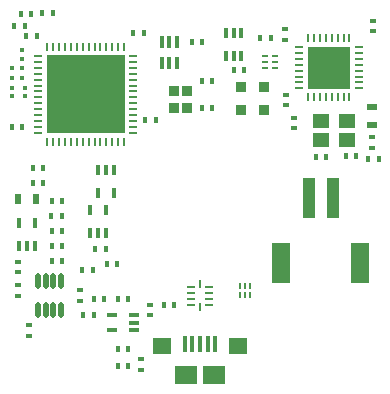
<source format=gtp>
%FSLAX24Y24*%
%MOIN*%
G70*
G01*
G75*
G04 Layer_Color=8421504*
%ADD10C,0.0177*%
%ADD11C,0.0100*%
%ADD12R,0.0102X0.0209*%
%ADD13R,0.0102X0.0193*%
%ADD14R,0.0177X0.0177*%
%ADD15R,0.0138X0.0157*%
%ADD16R,0.0236X0.0157*%
%ADD17R,0.0157X0.0236*%
%ADD18R,0.0394X0.1378*%
%ADD19R,0.0591X0.1339*%
%ADD20R,0.0197X0.0354*%
%ADD21R,0.0551X0.0453*%
%ADD22R,0.0335X0.0374*%
%ADD23O,0.0295X0.0079*%
%ADD24O,0.0079X0.0295*%
%ADD25R,0.1417X0.1417*%
%ADD26R,0.0343X0.0343*%
%ADD27R,0.0138X0.0394*%
%ADD28R,0.0157X0.0335*%
%ADD29R,0.2598X0.2598*%
%ADD30O,0.0079X0.0315*%
%ADD31O,0.0315X0.0079*%
%ADD32R,0.0630X0.0551*%
%ADD33R,0.0748X0.0630*%
%ADD34R,0.0157X0.0532*%
%ADD35R,0.0335X0.0157*%
%ADD36O,0.0276X0.0098*%
%ADD37O,0.0098X0.0276*%
%ADD38O,0.0177X0.0532*%
%ADD39R,0.0354X0.0197*%
%ADD40R,0.0217X0.0098*%
%ADD41C,0.0080*%
%ADD42C,0.0200*%
%ADD43C,0.0630*%
%ADD44C,0.1260*%
%ADD45C,0.0260*%
%ADD46C,0.0240*%
%ADD47C,0.0340*%
%ADD48C,0.0300*%
%ADD49C,0.0290*%
%ADD50R,0.0354X0.0276*%
%ADD51O,0.0315X0.0157*%
%ADD52R,0.2362X0.1890*%
%ADD53R,0.0512X0.0217*%
%ADD54R,0.0394X0.0217*%
%ADD55R,0.0197X0.0315*%
%ADD56R,0.1299X0.1299*%
%ADD57O,0.0315X0.0098*%
%ADD58O,0.0098X0.0315*%
%ADD59R,0.0591X0.0236*%
%ADD60R,0.0187X0.0098*%
%ADD61R,0.0098X0.0138*%
%ADD62C,0.0098*%
%ADD63C,0.0039*%
%ADD64C,0.0079*%
%ADD65C,0.0050*%
%ADD66C,0.0040*%
%ADD67R,0.0148X0.0177*%
D12*
X1343Y-3400D02*
D03*
D13*
X1500Y-3408D02*
D03*
X1657D02*
D03*
Y-3112D02*
D03*
X1500D02*
D03*
X1343D02*
D03*
D14*
X-5933Y3833D02*
D03*
X-6267D02*
D03*
X-5933Y4167D02*
D03*
X-6267D02*
D03*
D15*
X-5930Y4758D02*
D03*
Y4482D02*
D03*
X-5840Y3232D02*
D03*
Y3508D02*
D03*
X-6270Y3232D02*
D03*
Y3508D02*
D03*
D16*
X-1960Y-5894D02*
D03*
Y-5540D02*
D03*
X5750Y1513D02*
D03*
Y1867D02*
D03*
X2870Y3277D02*
D03*
Y2923D02*
D03*
X3130Y2507D02*
D03*
Y2153D02*
D03*
X5760Y5393D02*
D03*
Y5747D02*
D03*
X-1660Y-3715D02*
D03*
Y-4070D02*
D03*
X-3990Y-3587D02*
D03*
Y-3233D02*
D03*
X-6060Y-3420D02*
D03*
Y-3066D02*
D03*
Y-2293D02*
D03*
Y-2647D02*
D03*
X-5710Y-4413D02*
D03*
Y-4767D02*
D03*
X2850Y5113D02*
D03*
Y5467D02*
D03*
D17*
X3853Y1200D02*
D03*
X4207D02*
D03*
X5207Y1220D02*
D03*
X4853D02*
D03*
X-1817Y2440D02*
D03*
X-1463D02*
D03*
X-2227Y5350D02*
D03*
X-1873D02*
D03*
X-5267Y6000D02*
D03*
X-4913D02*
D03*
X-5443Y5240D02*
D03*
X-5797D02*
D03*
X-5577Y350D02*
D03*
X-5223D02*
D03*
X-5577Y840D02*
D03*
X-5223D02*
D03*
X-4947Y-270D02*
D03*
X-4593D02*
D03*
X63Y3730D02*
D03*
X417D02*
D03*
Y2850D02*
D03*
X63D02*
D03*
X-3183Y-3540D02*
D03*
X-3537D02*
D03*
X-853Y-3715D02*
D03*
X-1207D02*
D03*
X-2383Y-3540D02*
D03*
X-2737D02*
D03*
X-3537Y-4050D02*
D03*
X-3891D02*
D03*
X-4937Y-2250D02*
D03*
X-4583D02*
D03*
X-3927Y-2570D02*
D03*
X-3573D02*
D03*
X-4583Y-1750D02*
D03*
X-4937D02*
D03*
X-4593Y-1279D02*
D03*
X-4947D02*
D03*
X-4957Y-760D02*
D03*
X-4603D02*
D03*
X-3107Y-2350D02*
D03*
X-2753D02*
D03*
X-3137Y-1860D02*
D03*
X-3491D02*
D03*
X5957Y1120D02*
D03*
X5603D02*
D03*
X-2393Y-5190D02*
D03*
X-2747D02*
D03*
X-2393Y-5750D02*
D03*
X-2747D02*
D03*
X-6277Y2200D02*
D03*
X-5923D02*
D03*
X-5843Y5580D02*
D03*
X-6197D02*
D03*
X-5623Y5980D02*
D03*
X-5977D02*
D03*
X-277Y5050D02*
D03*
X77D02*
D03*
X1477Y4110D02*
D03*
X1123D02*
D03*
X2003Y5170D02*
D03*
X2357D02*
D03*
D18*
X3636Y-160D02*
D03*
X4424D02*
D03*
D19*
X2711Y-2345D02*
D03*
X5349D02*
D03*
D20*
X-6065Y-190D02*
D03*
X-5475D02*
D03*
D21*
X4913Y1765D02*
D03*
X4047D02*
D03*
Y2395D02*
D03*
X4913D02*
D03*
D22*
X-876Y3415D02*
D03*
Y2845D02*
D03*
X-424D02*
D03*
Y3415D02*
D03*
D23*
X5287Y3491D02*
D03*
Y3688D02*
D03*
Y3885D02*
D03*
Y4082D02*
D03*
Y4278D02*
D03*
Y4475D02*
D03*
Y4672D02*
D03*
Y4869D02*
D03*
X3299D02*
D03*
Y4672D02*
D03*
Y4475D02*
D03*
Y4278D02*
D03*
Y3688D02*
D03*
Y3491D02*
D03*
Y4082D02*
D03*
Y3885D02*
D03*
D24*
X4982Y5174D02*
D03*
X4785D02*
D03*
X4588D02*
D03*
X4392D02*
D03*
X4195D02*
D03*
X3998D02*
D03*
X3801D02*
D03*
X3604D02*
D03*
Y3186D02*
D03*
X3801D02*
D03*
X3998D02*
D03*
X4195D02*
D03*
X4392D02*
D03*
X4588D02*
D03*
X4785D02*
D03*
X4982D02*
D03*
D25*
X4293Y4180D02*
D03*
D26*
X1358Y3542D02*
D03*
Y2778D02*
D03*
X2122D02*
D03*
Y3542D02*
D03*
D27*
X-764Y5044D02*
D03*
X-1020D02*
D03*
X-1276D02*
D03*
X-1276Y4336D02*
D03*
X-1020D02*
D03*
X-764D02*
D03*
D28*
X1120Y4576D02*
D03*
X1376Y5324D02*
D03*
X1120D02*
D03*
X864D02*
D03*
Y4576D02*
D03*
X1376D02*
D03*
X-2874Y754D02*
D03*
X-3130D02*
D03*
X-3386D02*
D03*
Y6D02*
D03*
X-2874D02*
D03*
X-6026Y-1750D02*
D03*
X-5770D02*
D03*
X-5514D02*
D03*
Y-1002D02*
D03*
X-6026D02*
D03*
X-3649Y-1324D02*
D03*
X-3393D02*
D03*
X-3137D02*
D03*
Y-576D02*
D03*
X-3649D02*
D03*
D29*
X-3810Y3290D02*
D03*
D30*
X-5090Y4865D02*
D03*
X-4893D02*
D03*
X-4696D02*
D03*
X-4499D02*
D03*
X-4302D02*
D03*
X-4105D02*
D03*
X-3908D02*
D03*
X-3712D02*
D03*
X-3515D02*
D03*
X-3318D02*
D03*
X-3121D02*
D03*
X-2924D02*
D03*
X-2727D02*
D03*
X-2530D02*
D03*
Y1715D02*
D03*
X-2727D02*
D03*
X-2924D02*
D03*
X-3121D02*
D03*
X-3318D02*
D03*
X-3515D02*
D03*
X-3712D02*
D03*
X-3908D02*
D03*
X-4105D02*
D03*
X-4302D02*
D03*
X-4499D02*
D03*
X-4696D02*
D03*
X-4893D02*
D03*
X-5090D02*
D03*
D31*
X-2235Y4570D02*
D03*
Y4373D02*
D03*
Y4176D02*
D03*
Y3979D02*
D03*
Y3388D02*
D03*
Y3192D02*
D03*
Y2995D02*
D03*
Y2798D02*
D03*
Y2601D02*
D03*
Y2404D02*
D03*
Y2207D02*
D03*
Y2010D02*
D03*
X-5385D02*
D03*
Y2207D02*
D03*
Y2404D02*
D03*
Y2601D02*
D03*
Y2798D02*
D03*
Y2995D02*
D03*
Y3192D02*
D03*
Y3388D02*
D03*
Y3585D02*
D03*
Y3782D02*
D03*
Y3979D02*
D03*
Y4176D02*
D03*
Y4373D02*
D03*
Y4570D02*
D03*
X-2235Y3782D02*
D03*
Y3585D02*
D03*
D32*
X-1260Y-5086D02*
D03*
X1260D02*
D03*
D33*
X-472Y-6070D02*
D03*
X472D02*
D03*
D34*
X0Y-5017D02*
D03*
X256D02*
D03*
X512D02*
D03*
X-256D02*
D03*
X-512D02*
D03*
D35*
X-2186Y-4581D02*
D03*
Y-4326D02*
D03*
Y-4070D02*
D03*
X-2934D02*
D03*
Y-4581D02*
D03*
D36*
X315Y-3715D02*
D03*
Y-3518D02*
D03*
Y-3322D02*
D03*
Y-3125D02*
D03*
X-315D02*
D03*
Y-3322D02*
D03*
Y-3518D02*
D03*
Y-3715D02*
D03*
D37*
X0Y-3026D02*
D03*
Y-3814D02*
D03*
D38*
X-4636Y-2918D02*
D03*
X-4892D02*
D03*
X-5148D02*
D03*
X-5404D02*
D03*
X-4636Y-3902D02*
D03*
X-4892D02*
D03*
X-5148D02*
D03*
X-5404D02*
D03*
D39*
X5750Y2875D02*
D03*
Y2285D02*
D03*
D40*
X2183Y4577D02*
D03*
Y4380D02*
D03*
Y4183D02*
D03*
X2517D02*
D03*
Y4380D02*
D03*
Y4577D02*
D03*
M02*

</source>
